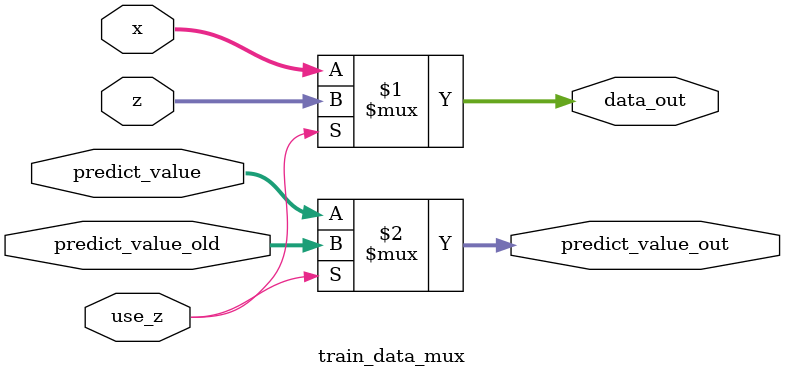
<source format=sv>
module train_data_mux(
    use_z, 

    x, 
    predict_value, 

    z, 
    predict_value_old, 

    data_out, 
    predict_value_out);

    parameter data_size = 16;
    parameter size = 3;
    
    input use_z;

    input [data_size*size - 1:0] x; 
    input [data_size*size - 1:0] predict_value; 

    input [data_size*size - 1:0] z;
    input [data_size*size - 1:0] predict_value_old;

    output [data_size*size - 1:0] data_out;
    output [data_size*size - 1:0] predict_value_out;

    assign data_out = use_z ? z : x;
    assign predict_value_out = use_z ? predict_value_old : predict_value;

endmodule

</source>
